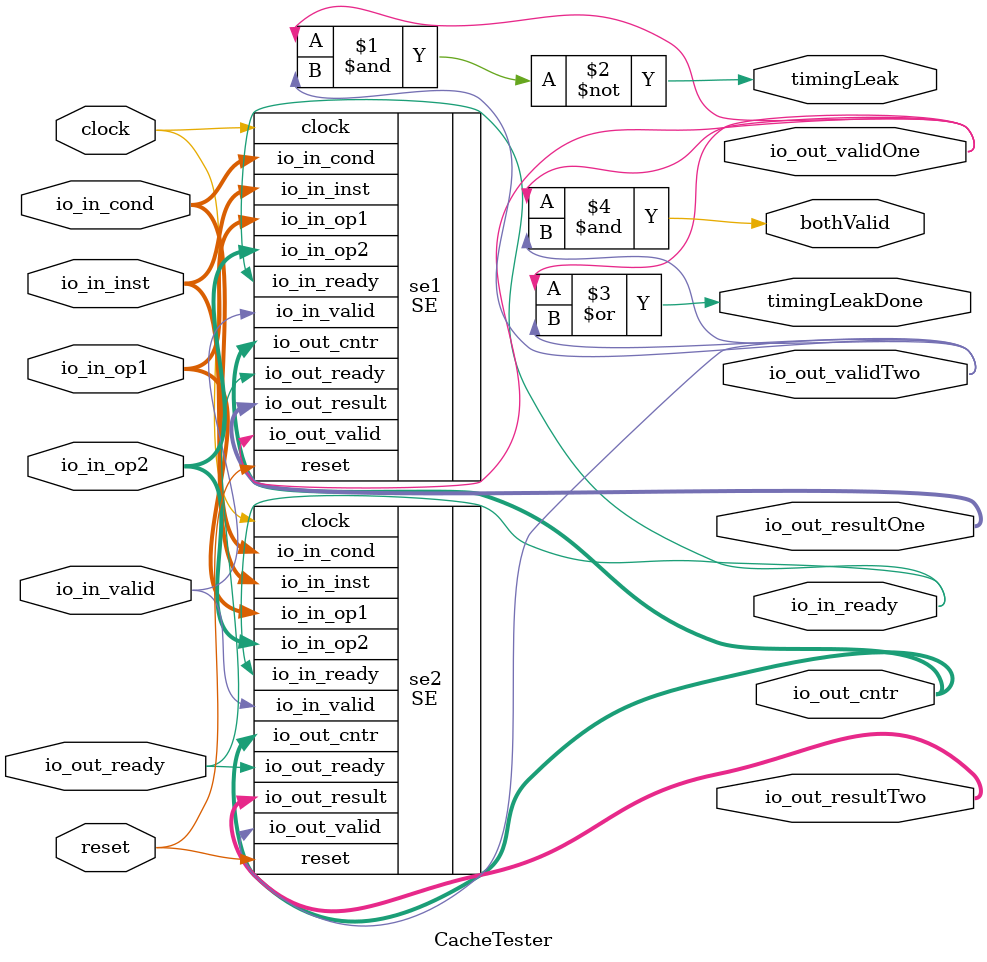
<source format=v>

`include "../SE_verilog/SE_cache.v"

module CacheTester (
  input clock,
  input reset,
  input [7:0] io_in_inst,
  input [127:0] io_in_op1,
  input [127:0] io_in_op2,
  input [127:0] io_in_cond,
  input  io_in_valid,
  output io_in_ready,
  output [127:0] io_out_resultOne,
  output [127:0] io_out_resultTwo,
  output io_out_validOne,
  output io_out_validTwo,
  input io_out_ready,
  output [7:0] io_out_cntr,
  output timingLeak,
  output timingLeakDone,
  output bothValid
);

SE se1(
  .clock(clock),
  .reset(reset),
  .io_in_inst(io_in_inst),
  .io_in_op1(io_in_op1),
  .io_in_op2(io_in_op2),
  .io_in_cond(io_in_cond),
  .io_in_valid(io_in_valid),
  .io_in_ready(io_in_ready),
  .io_out_result(io_out_resultOne),
  .io_out_valid(io_out_validOne),
  .io_out_ready(io_out_ready),
  .io_out_cntr(io_out_cntr)
);

SE se2(
  .clock(clock),
  .reset(reset),
  .io_in_inst(io_in_inst),
  .io_in_op1(io_in_op1),
  .io_in_op2(io_in_op2),
  .io_in_cond(io_in_cond),
  .io_in_valid(io_in_valid),
  .io_in_ready(io_in_ready),
  .io_out_result(io_out_resultTwo),
  .io_out_valid(io_out_validTwo),
  .io_out_ready(io_out_ready),
  .io_out_cntr(io_out_cntr)
);

assign timingLeak = ~(io_out_validOne & io_out_validTwo);
assign timingLeakDone = io_out_validOne | io_out_validTwo;
assign bothValid = io_out_validOne & io_out_validTwo;

endmodule
</source>
